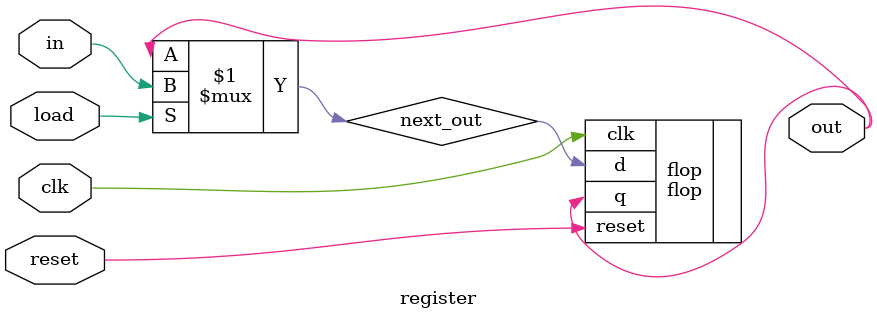
<source format=sv>
module register #(
    parameter int WIDTH = 1
) (
    input logic clk,
    input logic reset,
    input logic [WIDTH-1:0] in,
    input logic load,

  output logic [WIDTH-1:0] out
);

  logic [WIDTH-1:0] next_out;
  assign next_out = load ? in : out;

  flop #(
      .WIDTH(WIDTH)
  ) flop (
      .clk(clk),
      .reset(reset),
      .d(next_out),
      .q(out)
  );

endmodule

</source>
